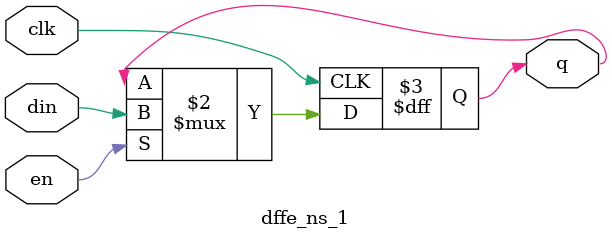
<source format=v>
module dffe_ns_1 (din, en, clk, q);
parameter SIZE = 1;
input	[SIZE-1:0]	din ;	
input			en ;	
input			clk ;	
output	[SIZE-1:0]	q ;	
reg 	[SIZE-1:0]	q ;
always @ (posedge clk)
  q[SIZE-1:0] <= en ? din[SIZE-1:0] : q[SIZE-1:0];
endmodule
</source>
